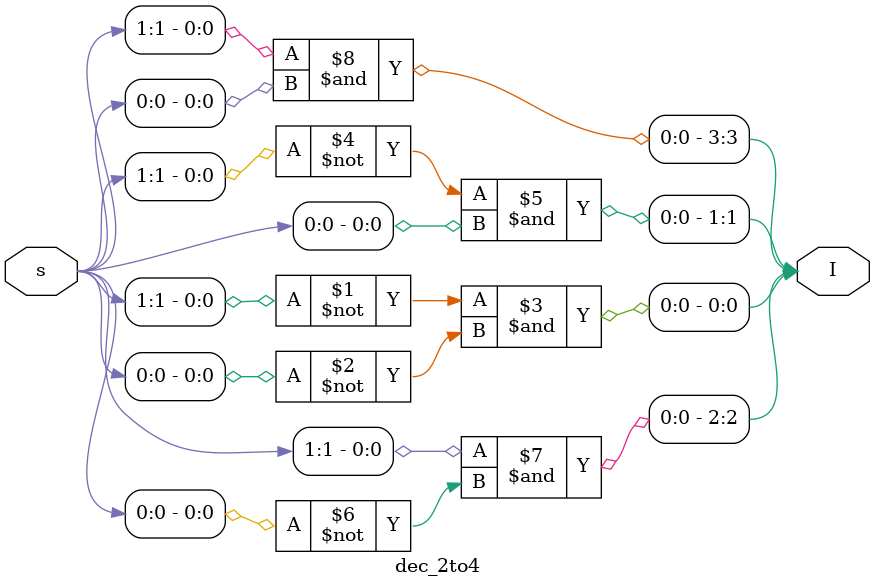
<source format=v>
module dec_2to4(input [1:0]s, output [3:0]I);
       assign I[0]=~s[1]&~s[0];
	   assign I[1]=~s[1]&s[0];
	   assign I[2]=s[1]&~s[0];
	   assign I[3]=s[1]&s[0];
endmodule
</source>
